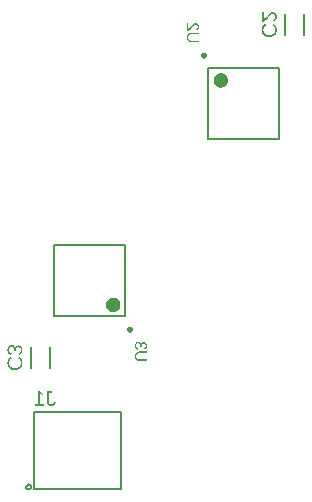
<source format=gbr>
G04 EAGLE Gerber RS-274X export*
G75*
%MOMM*%
%FSLAX34Y34*%
%LPD*%
%INSilkscreen Bottom*%
%IPPOS*%
%AMOC8*
5,1,8,0,0,1.08239X$1,22.5*%
G01*
G04 Define Apertures*
%ADD10C,0.150000*%
%ADD11C,0.250000*%
%ADD12C,0.600000*%
%ADD13C,0.127000*%
G36*
X274718Y390351D02*
X268642Y390351D01*
X268319Y390362D01*
X268016Y390394D01*
X267733Y390446D01*
X267471Y390520D01*
X267228Y390615D01*
X267006Y390732D01*
X266803Y390869D01*
X266621Y391027D01*
X266459Y391206D01*
X266319Y391403D01*
X266201Y391619D01*
X266104Y391853D01*
X266028Y392107D01*
X265974Y392379D01*
X265942Y392670D01*
X265931Y392979D01*
X265942Y393298D01*
X265976Y393598D01*
X266031Y393880D01*
X266110Y394144D01*
X266210Y394390D01*
X266333Y394617D01*
X266478Y394826D01*
X266645Y395017D01*
X266834Y395188D01*
X267043Y395336D01*
X267273Y395461D01*
X267523Y395563D01*
X267795Y395642D01*
X268086Y395699D01*
X268398Y395733D01*
X268731Y395745D01*
X274718Y395745D01*
X274718Y397055D01*
X268655Y397055D01*
X268366Y397047D01*
X268086Y397024D01*
X267816Y396985D01*
X267557Y396930D01*
X267308Y396860D01*
X267069Y396774D01*
X266840Y396672D01*
X266621Y396555D01*
X266413Y396424D01*
X266218Y396279D01*
X266036Y396122D01*
X265866Y395952D01*
X265709Y395769D01*
X265565Y395572D01*
X265433Y395363D01*
X265314Y395141D01*
X265208Y394908D01*
X265116Y394664D01*
X265039Y394410D01*
X264975Y394146D01*
X264926Y393871D01*
X264890Y393586D01*
X264869Y393291D01*
X264862Y392986D01*
X264869Y392692D01*
X264889Y392408D01*
X264923Y392134D01*
X264971Y391869D01*
X265032Y391613D01*
X265106Y391367D01*
X265195Y391130D01*
X265297Y390903D01*
X265411Y390687D01*
X265538Y390483D01*
X265678Y390292D01*
X265829Y390113D01*
X265993Y389947D01*
X266169Y389794D01*
X266358Y389652D01*
X266559Y389524D01*
X266771Y389409D01*
X266992Y389310D01*
X267224Y389225D01*
X267466Y389156D01*
X267717Y389103D01*
X267979Y389065D01*
X268250Y389042D01*
X268531Y389034D01*
X274718Y389034D01*
X274718Y390351D01*
G37*
G36*
X266268Y399028D02*
X266635Y399233D01*
X266980Y399457D01*
X267300Y399701D01*
X267888Y400221D01*
X268417Y400766D01*
X268899Y401323D01*
X269345Y401873D01*
X269773Y402395D01*
X270200Y402863D01*
X270417Y403073D01*
X270638Y403262D01*
X270865Y403430D01*
X271097Y403577D01*
X271339Y403696D01*
X271597Y403781D01*
X271870Y403832D01*
X272159Y403849D01*
X272353Y403842D01*
X272537Y403820D01*
X272709Y403783D01*
X272869Y403732D01*
X273019Y403666D01*
X273157Y403586D01*
X273285Y403490D01*
X273401Y403380D01*
X273504Y403257D01*
X273594Y403123D01*
X273669Y402977D01*
X273732Y402820D01*
X273780Y402651D01*
X273814Y402471D01*
X273835Y402280D01*
X273842Y402077D01*
X273835Y401883D01*
X273815Y401698D01*
X273781Y401521D01*
X273734Y401354D01*
X273674Y401195D01*
X273599Y401044D01*
X273411Y400770D01*
X273298Y400648D01*
X273174Y400540D01*
X273039Y400444D01*
X272893Y400362D01*
X272736Y400293D01*
X272568Y400238D01*
X272390Y400195D01*
X272200Y400166D01*
X272318Y398897D01*
X272602Y398943D01*
X272871Y399011D01*
X273125Y399101D01*
X273364Y399214D01*
X273589Y399349D01*
X273798Y399506D01*
X273993Y399685D01*
X274173Y399887D01*
X274335Y400108D01*
X274475Y400343D01*
X274593Y400594D01*
X274690Y400860D01*
X274766Y401142D01*
X274820Y401438D01*
X274852Y401750D01*
X274863Y402077D01*
X274852Y402434D01*
X274819Y402769D01*
X274765Y403083D01*
X274689Y403376D01*
X274592Y403648D01*
X274473Y403898D01*
X274332Y404128D01*
X274170Y404336D01*
X273987Y404521D01*
X273787Y404681D01*
X273568Y404817D01*
X273331Y404928D01*
X273075Y405014D01*
X272802Y405076D01*
X272510Y405113D01*
X272200Y405125D01*
X271918Y405109D01*
X271637Y405061D01*
X271356Y404980D01*
X271076Y404867D01*
X270797Y404722D01*
X270518Y404545D01*
X270238Y404337D01*
X269959Y404098D01*
X269641Y403784D01*
X269247Y403355D01*
X268228Y402146D01*
X267611Y401434D01*
X267327Y401138D01*
X267059Y400884D01*
X266801Y400666D01*
X266548Y400480D01*
X266299Y400328D01*
X266055Y400208D01*
X266055Y405277D01*
X265000Y405277D01*
X265000Y398842D01*
X265876Y398842D01*
X266268Y399028D01*
G37*
G36*
X334891Y393453D02*
X335245Y393471D01*
X335589Y393502D01*
X335923Y393546D01*
X336247Y393602D01*
X336561Y393670D01*
X336865Y393751D01*
X337159Y393845D01*
X337443Y393951D01*
X337717Y394069D01*
X338235Y394343D01*
X338714Y394667D01*
X339152Y395040D01*
X339544Y395458D01*
X339884Y395914D01*
X340034Y396156D01*
X340171Y396408D01*
X340295Y396670D01*
X340406Y396941D01*
X340505Y397222D01*
X340589Y397512D01*
X340661Y397812D01*
X340720Y398121D01*
X340766Y398440D01*
X340799Y398769D01*
X340818Y399107D01*
X340825Y399455D01*
X340813Y399937D01*
X340777Y400399D01*
X340716Y400842D01*
X340632Y401263D01*
X340524Y401665D01*
X340391Y402046D01*
X340235Y402407D01*
X340054Y402748D01*
X339850Y403068D01*
X339622Y403365D01*
X339371Y403641D01*
X339097Y403895D01*
X338800Y404127D01*
X338479Y404338D01*
X338135Y404526D01*
X337768Y404692D01*
X337242Y403107D01*
X337504Y402992D01*
X337749Y402860D01*
X337979Y402712D01*
X338193Y402548D01*
X338391Y402367D01*
X338573Y402170D01*
X338739Y401957D01*
X338889Y401727D01*
X339023Y401484D01*
X339138Y401230D01*
X339236Y400965D01*
X339316Y400689D01*
X339378Y400401D01*
X339423Y400103D01*
X339449Y399793D01*
X339458Y399472D01*
X339438Y398974D01*
X339376Y398504D01*
X339273Y398063D01*
X339129Y397650D01*
X338943Y397266D01*
X338717Y396910D01*
X338449Y396583D01*
X338140Y396284D01*
X337795Y396017D01*
X337420Y395786D01*
X337014Y395590D01*
X336578Y395430D01*
X336111Y395306D01*
X335614Y395217D01*
X335086Y395163D01*
X334527Y395145D01*
X333974Y395164D01*
X333449Y395220D01*
X332951Y395312D01*
X332481Y395442D01*
X332039Y395609D01*
X331625Y395813D01*
X331238Y396054D01*
X330879Y396332D01*
X330556Y396642D01*
X330276Y396978D01*
X330039Y397340D01*
X329845Y397728D01*
X329694Y398142D01*
X329586Y398583D01*
X329521Y399050D01*
X329500Y399542D01*
X329510Y399861D01*
X329540Y400170D01*
X329590Y400469D01*
X329660Y400758D01*
X329751Y401037D01*
X329861Y401306D01*
X329991Y401564D01*
X330141Y401813D01*
X330312Y402051D01*
X330502Y402280D01*
X330713Y402498D01*
X330943Y402707D01*
X331194Y402905D01*
X331465Y403093D01*
X331755Y403272D01*
X332066Y403440D01*
X331383Y404806D01*
X330996Y404606D01*
X330634Y404387D01*
X330295Y404148D01*
X329979Y403890D01*
X329688Y403612D01*
X329421Y403316D01*
X329177Y403000D01*
X328957Y402665D01*
X328762Y402313D01*
X328593Y401947D01*
X328450Y401568D01*
X328333Y401175D01*
X328242Y400768D01*
X328177Y400347D01*
X328138Y399912D01*
X328125Y399463D01*
X328137Y399005D01*
X328173Y398562D01*
X328234Y398135D01*
X328319Y397724D01*
X328428Y397328D01*
X328561Y396948D01*
X328718Y396584D01*
X328900Y396236D01*
X329104Y395906D01*
X329329Y395595D01*
X329575Y395306D01*
X329842Y395036D01*
X330129Y394787D01*
X330437Y394558D01*
X330766Y394349D01*
X331116Y394160D01*
X331484Y393993D01*
X331869Y393848D01*
X332271Y393725D01*
X332689Y393625D01*
X333124Y393547D01*
X333575Y393491D01*
X334043Y393457D01*
X334527Y393446D01*
X334891Y393453D01*
G37*
G36*
X329910Y406611D02*
X330377Y406871D01*
X330814Y407156D01*
X331221Y407465D01*
X331604Y407791D01*
X331968Y408126D01*
X332313Y408468D01*
X332640Y408819D01*
X333252Y409525D01*
X333818Y410224D01*
X334361Y410887D01*
X334904Y411481D01*
X335179Y411748D01*
X335460Y411988D01*
X335748Y412201D01*
X336043Y412388D01*
X336350Y412539D01*
X336678Y412647D01*
X337025Y412712D01*
X337391Y412734D01*
X337638Y412724D01*
X337871Y412697D01*
X338089Y412650D01*
X338293Y412585D01*
X338483Y412501D01*
X338659Y412399D01*
X338821Y412278D01*
X338968Y412138D01*
X339099Y411982D01*
X339213Y411811D01*
X339309Y411626D01*
X339388Y411427D01*
X339450Y411212D01*
X339493Y410984D01*
X339520Y410740D01*
X339528Y410483D01*
X339520Y410237D01*
X339494Y410001D01*
X339451Y409777D01*
X339392Y409564D01*
X339315Y409362D01*
X339221Y409171D01*
X339109Y408992D01*
X338981Y408823D01*
X338837Y408668D01*
X338680Y408530D01*
X338508Y408409D01*
X338323Y408305D01*
X338124Y408218D01*
X337911Y408147D01*
X337684Y408094D01*
X337444Y408057D01*
X337593Y406445D01*
X337953Y406503D01*
X338295Y406589D01*
X338618Y406704D01*
X338922Y406847D01*
X339207Y407018D01*
X339473Y407218D01*
X339720Y407446D01*
X339949Y407702D01*
X340154Y407982D01*
X340332Y408281D01*
X340483Y408600D01*
X340606Y408938D01*
X340702Y409295D01*
X340770Y409672D01*
X340811Y410068D01*
X340825Y410483D01*
X340811Y410936D01*
X340770Y411362D01*
X340701Y411761D01*
X340605Y412133D01*
X340481Y412478D01*
X340330Y412796D01*
X340151Y413087D01*
X339944Y413351D01*
X339713Y413586D01*
X339458Y413790D01*
X339180Y413962D01*
X338879Y414103D01*
X338555Y414213D01*
X338208Y414291D01*
X337837Y414338D01*
X337444Y414354D01*
X337085Y414334D01*
X336728Y414272D01*
X336372Y414169D01*
X336016Y414026D01*
X335662Y413841D01*
X335307Y413617D01*
X334952Y413353D01*
X334597Y413049D01*
X334194Y412651D01*
X333693Y412105D01*
X333095Y411412D01*
X332399Y410570D01*
X331997Y410092D01*
X331616Y409666D01*
X331255Y409291D01*
X330914Y408968D01*
X330587Y408691D01*
X330265Y408455D01*
X329950Y408261D01*
X329640Y408109D01*
X329640Y414547D01*
X328300Y414547D01*
X328300Y406375D01*
X329412Y406375D01*
X329910Y406611D01*
G37*
G36*
X230718Y120407D02*
X224642Y120407D01*
X224319Y120418D01*
X224016Y120449D01*
X223733Y120502D01*
X223471Y120576D01*
X223228Y120671D01*
X223006Y120787D01*
X222803Y120925D01*
X222621Y121083D01*
X222459Y121261D01*
X222319Y121458D01*
X222201Y121674D01*
X222104Y121909D01*
X222028Y122162D01*
X221974Y122434D01*
X221942Y122725D01*
X221931Y123035D01*
X221942Y123353D01*
X221976Y123654D01*
X222031Y123936D01*
X222110Y124200D01*
X222210Y124445D01*
X222333Y124673D01*
X222478Y124882D01*
X222645Y125073D01*
X222834Y125243D01*
X223043Y125391D01*
X223273Y125516D01*
X223523Y125619D01*
X223795Y125698D01*
X224086Y125755D01*
X224398Y125789D01*
X224731Y125800D01*
X230718Y125800D01*
X230718Y127111D01*
X224655Y127111D01*
X224366Y127103D01*
X224086Y127080D01*
X223816Y127041D01*
X223557Y126986D01*
X223308Y126916D01*
X223069Y126830D01*
X222840Y126728D01*
X222621Y126611D01*
X222413Y126479D01*
X222218Y126335D01*
X222036Y126178D01*
X221866Y126007D01*
X221709Y125824D01*
X221565Y125628D01*
X221433Y125419D01*
X221314Y125197D01*
X221208Y124963D01*
X221116Y124720D01*
X221039Y124466D01*
X220975Y124201D01*
X220926Y123927D01*
X220890Y123642D01*
X220869Y123347D01*
X220862Y123042D01*
X220869Y122748D01*
X220889Y122464D01*
X220923Y122189D01*
X220971Y121924D01*
X221032Y121669D01*
X221106Y121423D01*
X221195Y121186D01*
X221297Y120959D01*
X221411Y120743D01*
X221538Y120539D01*
X221678Y120348D01*
X221829Y120169D01*
X221993Y120003D01*
X222169Y119849D01*
X222358Y119708D01*
X222559Y119579D01*
X222771Y119465D01*
X222992Y119365D01*
X223224Y119281D01*
X223466Y119212D01*
X223717Y119159D01*
X223979Y119120D01*
X224250Y119097D01*
X224531Y119090D01*
X230718Y119090D01*
X230718Y120407D01*
G37*
G36*
X223614Y130008D02*
X223405Y130046D01*
X223210Y130096D01*
X223028Y130158D01*
X222860Y130234D01*
X222705Y130322D01*
X222563Y130422D01*
X222435Y130536D01*
X222321Y130662D01*
X222220Y130800D01*
X222132Y130952D01*
X222058Y131116D01*
X221997Y131292D01*
X221950Y131482D01*
X221917Y131684D01*
X221896Y131898D01*
X221890Y132126D01*
X221897Y132354D01*
X221919Y132569D01*
X221955Y132772D01*
X222005Y132963D01*
X222070Y133141D01*
X222150Y133306D01*
X222244Y133458D01*
X222352Y133598D01*
X222474Y133723D01*
X222611Y133832D01*
X222761Y133924D01*
X222926Y133999D01*
X223105Y134058D01*
X223297Y134099D01*
X223504Y134124D01*
X223724Y134133D01*
X223917Y134123D01*
X224099Y134095D01*
X224270Y134047D01*
X224430Y133980D01*
X224580Y133894D01*
X224718Y133789D01*
X224846Y133665D01*
X224962Y133522D01*
X225067Y133361D01*
X225157Y133183D01*
X225233Y132988D01*
X225296Y132777D01*
X225345Y132548D01*
X225379Y132302D01*
X225400Y132040D01*
X225407Y131760D01*
X225407Y131057D01*
X226483Y131057D01*
X226483Y131733D01*
X226490Y131981D01*
X226511Y132214D01*
X226546Y132434D01*
X226594Y132639D01*
X226657Y132829D01*
X226733Y133006D01*
X226824Y133168D01*
X226928Y133315D01*
X227044Y133447D01*
X227172Y133561D01*
X227310Y133658D01*
X227458Y133737D01*
X227617Y133798D01*
X227787Y133842D01*
X227968Y133869D01*
X228159Y133878D01*
X228349Y133870D01*
X228528Y133849D01*
X228698Y133813D01*
X228857Y133763D01*
X229005Y133698D01*
X229144Y133620D01*
X229272Y133526D01*
X229390Y133419D01*
X229496Y133297D01*
X229588Y133162D01*
X229665Y133012D01*
X229729Y132849D01*
X229778Y132672D01*
X229814Y132481D01*
X229835Y132276D01*
X229842Y132057D01*
X229835Y131856D01*
X229816Y131666D01*
X229783Y131485D01*
X229737Y131314D01*
X229678Y131153D01*
X229605Y131002D01*
X229520Y130861D01*
X229421Y130729D01*
X229311Y130609D01*
X229189Y130502D01*
X229057Y130408D01*
X228914Y130328D01*
X228761Y130261D01*
X228596Y130207D01*
X228421Y130167D01*
X228235Y130139D01*
X228331Y128891D01*
X228622Y128937D01*
X228895Y129005D01*
X229153Y129095D01*
X229394Y129207D01*
X229618Y129342D01*
X229826Y129499D01*
X230018Y129679D01*
X230194Y129881D01*
X230350Y130101D01*
X230486Y130337D01*
X230601Y130588D01*
X230695Y130854D01*
X230769Y131135D01*
X230821Y131432D01*
X230852Y131744D01*
X230863Y132070D01*
X230852Y132426D01*
X230820Y132761D01*
X230767Y133075D01*
X230693Y133370D01*
X230597Y133644D01*
X230481Y133897D01*
X230343Y134130D01*
X230183Y134343D01*
X230005Y134533D01*
X229810Y134698D01*
X229599Y134837D01*
X229370Y134951D01*
X229125Y135039D01*
X228864Y135103D01*
X228585Y135141D01*
X228290Y135153D01*
X228063Y135145D01*
X227846Y135121D01*
X227641Y135080D01*
X227446Y135023D01*
X227262Y134950D01*
X227089Y134861D01*
X226927Y134755D01*
X226776Y134633D01*
X226636Y134495D01*
X226508Y134343D01*
X226392Y134176D01*
X226287Y133994D01*
X226195Y133797D01*
X226113Y133586D01*
X226044Y133360D01*
X225987Y133119D01*
X225959Y133119D01*
X225922Y133384D01*
X225869Y133634D01*
X225801Y133868D01*
X225718Y134088D01*
X225618Y134292D01*
X225504Y134482D01*
X225374Y134656D01*
X225228Y134815D01*
X225069Y134958D01*
X224901Y135081D01*
X224723Y135185D01*
X224535Y135271D01*
X224337Y135337D01*
X224129Y135384D01*
X223911Y135413D01*
X223683Y135422D01*
X223356Y135409D01*
X223048Y135369D01*
X222760Y135302D01*
X222490Y135209D01*
X222239Y135088D01*
X222007Y134941D01*
X221794Y134768D01*
X221600Y134567D01*
X221427Y134342D01*
X221277Y134094D01*
X221150Y133823D01*
X221047Y133529D01*
X220966Y133213D01*
X220908Y132873D01*
X220874Y132511D01*
X220862Y132126D01*
X220872Y131766D01*
X220904Y131425D01*
X220956Y131103D01*
X221028Y130799D01*
X221122Y130514D01*
X221236Y130247D01*
X221372Y130000D01*
X221528Y129770D01*
X221704Y129562D01*
X221900Y129375D01*
X222117Y129211D01*
X222353Y129069D01*
X222609Y128950D01*
X222885Y128853D01*
X223181Y128778D01*
X223497Y128725D01*
X223614Y130008D01*
G37*
G36*
X119591Y111453D02*
X119945Y111471D01*
X120289Y111502D01*
X120623Y111546D01*
X120947Y111602D01*
X121261Y111670D01*
X121565Y111751D01*
X121859Y111845D01*
X122143Y111951D01*
X122417Y112069D01*
X122935Y112343D01*
X123414Y112667D01*
X123852Y113040D01*
X124244Y113458D01*
X124584Y113914D01*
X124734Y114156D01*
X124871Y114408D01*
X124995Y114670D01*
X125106Y114941D01*
X125205Y115222D01*
X125289Y115512D01*
X125361Y115812D01*
X125420Y116121D01*
X125466Y116440D01*
X125499Y116769D01*
X125518Y117107D01*
X125525Y117455D01*
X125513Y117937D01*
X125477Y118399D01*
X125416Y118842D01*
X125332Y119263D01*
X125224Y119665D01*
X125091Y120046D01*
X124935Y120407D01*
X124754Y120748D01*
X124550Y121068D01*
X124322Y121365D01*
X124071Y121641D01*
X123797Y121895D01*
X123500Y122127D01*
X123179Y122338D01*
X122835Y122526D01*
X122468Y122692D01*
X121942Y121107D01*
X122204Y120992D01*
X122449Y120860D01*
X122679Y120712D01*
X122893Y120548D01*
X123091Y120367D01*
X123273Y120170D01*
X123439Y119957D01*
X123589Y119727D01*
X123723Y119484D01*
X123838Y119230D01*
X123936Y118965D01*
X124016Y118689D01*
X124078Y118401D01*
X124123Y118103D01*
X124149Y117793D01*
X124158Y117472D01*
X124138Y116974D01*
X124076Y116504D01*
X123973Y116063D01*
X123829Y115650D01*
X123643Y115266D01*
X123417Y114910D01*
X123149Y114583D01*
X122840Y114284D01*
X122495Y114017D01*
X122120Y113786D01*
X121714Y113590D01*
X121278Y113430D01*
X120811Y113306D01*
X120314Y113217D01*
X119786Y113163D01*
X119227Y113145D01*
X118674Y113164D01*
X118149Y113220D01*
X117651Y113312D01*
X117181Y113442D01*
X116739Y113609D01*
X116325Y113813D01*
X115938Y114054D01*
X115579Y114332D01*
X115256Y114642D01*
X114976Y114978D01*
X114739Y115340D01*
X114545Y115728D01*
X114394Y116142D01*
X114286Y116583D01*
X114221Y117050D01*
X114200Y117542D01*
X114210Y117861D01*
X114240Y118170D01*
X114290Y118469D01*
X114360Y118758D01*
X114451Y119037D01*
X114561Y119306D01*
X114691Y119564D01*
X114841Y119813D01*
X115012Y120051D01*
X115202Y120280D01*
X115413Y120498D01*
X115643Y120707D01*
X115894Y120905D01*
X116165Y121093D01*
X116455Y121272D01*
X116766Y121440D01*
X116083Y122806D01*
X115696Y122606D01*
X115334Y122387D01*
X114995Y122148D01*
X114679Y121890D01*
X114388Y121612D01*
X114121Y121316D01*
X113877Y121000D01*
X113657Y120665D01*
X113462Y120313D01*
X113293Y119947D01*
X113150Y119568D01*
X113033Y119175D01*
X112942Y118768D01*
X112877Y118347D01*
X112838Y117912D01*
X112825Y117463D01*
X112837Y117005D01*
X112873Y116562D01*
X112934Y116135D01*
X113019Y115724D01*
X113128Y115328D01*
X113261Y114948D01*
X113418Y114584D01*
X113600Y114236D01*
X113804Y113906D01*
X114029Y113595D01*
X114275Y113306D01*
X114542Y113036D01*
X114829Y112787D01*
X115137Y112558D01*
X115466Y112349D01*
X115816Y112160D01*
X116184Y111993D01*
X116569Y111848D01*
X116971Y111725D01*
X117389Y111625D01*
X117824Y111547D01*
X118275Y111491D01*
X118743Y111457D01*
X119227Y111446D01*
X119591Y111453D01*
G37*
G36*
X116319Y125785D02*
X116054Y125833D01*
X115806Y125896D01*
X115575Y125976D01*
X115362Y126071D01*
X115165Y126183D01*
X114985Y126311D01*
X114823Y126455D01*
X114677Y126615D01*
X114549Y126791D01*
X114438Y126983D01*
X114344Y127192D01*
X114267Y127416D01*
X114207Y127656D01*
X114164Y127913D01*
X114138Y128185D01*
X114130Y128474D01*
X114139Y128764D01*
X114167Y129038D01*
X114212Y129295D01*
X114277Y129537D01*
X114359Y129763D01*
X114460Y129973D01*
X114579Y130166D01*
X114717Y130344D01*
X114872Y130503D01*
X115046Y130641D01*
X115237Y130758D01*
X115446Y130853D01*
X115673Y130927D01*
X115917Y130980D01*
X116179Y131012D01*
X116460Y131023D01*
X116705Y131011D01*
X116936Y130974D01*
X117153Y130914D01*
X117356Y130829D01*
X117546Y130720D01*
X117722Y130587D01*
X117884Y130429D01*
X118032Y130248D01*
X118164Y130043D01*
X118279Y129817D01*
X118376Y129570D01*
X118455Y129301D01*
X118517Y129010D01*
X118561Y128698D01*
X118588Y128365D01*
X118597Y128010D01*
X118597Y127116D01*
X119963Y127116D01*
X119963Y127975D01*
X119972Y128290D01*
X119998Y128587D01*
X120042Y128865D01*
X120104Y129125D01*
X120184Y129368D01*
X120281Y129592D01*
X120396Y129797D01*
X120528Y129985D01*
X120676Y130152D01*
X120838Y130297D01*
X121013Y130420D01*
X121201Y130520D01*
X121403Y130598D01*
X121619Y130654D01*
X121849Y130688D01*
X122091Y130699D01*
X122332Y130690D01*
X122560Y130662D01*
X122775Y130617D01*
X122977Y130553D01*
X123166Y130471D01*
X123342Y130371D01*
X123505Y130253D01*
X123655Y130116D01*
X123789Y129962D01*
X123906Y129790D01*
X124004Y129600D01*
X124085Y129393D01*
X124148Y129168D01*
X124193Y128925D01*
X124219Y128664D01*
X124228Y128386D01*
X124220Y128132D01*
X124195Y127890D01*
X124153Y127661D01*
X124095Y127444D01*
X124020Y127239D01*
X123928Y127047D01*
X123819Y126868D01*
X123694Y126700D01*
X123554Y126548D01*
X123400Y126412D01*
X123232Y126293D01*
X123050Y126191D01*
X122855Y126106D01*
X122646Y126038D01*
X122424Y125986D01*
X122188Y125952D01*
X122310Y124366D01*
X122679Y124424D01*
X123026Y124511D01*
X123353Y124625D01*
X123659Y124768D01*
X123944Y124939D01*
X124209Y125139D01*
X124452Y125367D01*
X124675Y125623D01*
X124874Y125903D01*
X125047Y126203D01*
X125193Y126521D01*
X125312Y126859D01*
X125405Y127216D01*
X125472Y127593D01*
X125511Y127989D01*
X125525Y128404D01*
X125511Y128855D01*
X125471Y129281D01*
X125403Y129680D01*
X125309Y130054D01*
X125188Y130402D01*
X125039Y130724D01*
X124864Y131020D01*
X124662Y131290D01*
X124436Y131531D01*
X124188Y131740D01*
X123920Y131917D01*
X123630Y132062D01*
X123318Y132174D01*
X122986Y132255D01*
X122633Y132303D01*
X122258Y132319D01*
X121969Y132309D01*
X121694Y132278D01*
X121433Y132226D01*
X121186Y132154D01*
X120953Y132061D01*
X120733Y131947D01*
X120527Y131813D01*
X120335Y131658D01*
X120158Y131483D01*
X119995Y131290D01*
X119847Y131077D01*
X119715Y130847D01*
X119597Y130597D01*
X119494Y130328D01*
X119406Y130041D01*
X119332Y129735D01*
X119297Y129735D01*
X119250Y130072D01*
X119184Y130389D01*
X119097Y130687D01*
X118991Y130966D01*
X118865Y131226D01*
X118719Y131466D01*
X118554Y131688D01*
X118369Y131890D01*
X118168Y132071D01*
X117954Y132227D01*
X117728Y132360D01*
X117489Y132468D01*
X117237Y132552D01*
X116973Y132612D01*
X116696Y132649D01*
X116407Y132661D01*
X115992Y132644D01*
X115601Y132593D01*
X115235Y132508D01*
X114892Y132389D01*
X114573Y132236D01*
X114279Y132050D01*
X114008Y131829D01*
X113762Y131575D01*
X113542Y131289D01*
X113352Y130974D01*
X113191Y130629D01*
X113059Y130256D01*
X112957Y129854D01*
X112883Y129423D01*
X112840Y128963D01*
X112825Y128474D01*
X112838Y128017D01*
X112878Y127584D01*
X112944Y127175D01*
X113036Y126789D01*
X113155Y126427D01*
X113300Y126089D01*
X113472Y125774D01*
X113670Y125483D01*
X113894Y125218D01*
X114143Y124981D01*
X114418Y124773D01*
X114718Y124593D01*
X115043Y124441D01*
X115394Y124318D01*
X115769Y124223D01*
X116171Y124156D01*
X116319Y125785D01*
G37*
G36*
X143509Y82540D02*
X140365Y82540D01*
X140365Y92034D01*
X143150Y90046D01*
X143150Y91535D01*
X140234Y93541D01*
X138780Y93541D01*
X138780Y82540D01*
X135775Y82540D01*
X135775Y81200D01*
X143509Y81200D01*
X143509Y82540D01*
G37*
G36*
X150224Y81038D02*
X150586Y81075D01*
X150928Y81139D01*
X151250Y81227D01*
X151553Y81341D01*
X151835Y81481D01*
X152097Y81645D01*
X152340Y81835D01*
X152563Y82050D01*
X152766Y82291D01*
X152948Y82557D01*
X153111Y82848D01*
X153254Y83164D01*
X153378Y83506D01*
X153481Y83873D01*
X153564Y84265D01*
X151926Y84537D01*
X151881Y84290D01*
X151823Y84057D01*
X151753Y83838D01*
X151670Y83633D01*
X151575Y83442D01*
X151468Y83264D01*
X151349Y83101D01*
X151217Y82952D01*
X151074Y82818D01*
X150923Y82703D01*
X150764Y82605D01*
X150595Y82525D01*
X150418Y82462D01*
X150231Y82418D01*
X150037Y82391D01*
X149833Y82382D01*
X149611Y82392D01*
X149402Y82422D01*
X149204Y82470D01*
X149018Y82539D01*
X148845Y82627D01*
X148683Y82735D01*
X148534Y82862D01*
X148397Y83009D01*
X148273Y83174D01*
X148167Y83358D01*
X148076Y83560D01*
X148002Y83780D01*
X147945Y84019D01*
X147904Y84276D01*
X147879Y84550D01*
X147871Y84844D01*
X147871Y92174D01*
X150245Y92174D01*
X150245Y93541D01*
X146207Y93541D01*
X146207Y84879D01*
X146222Y84442D01*
X146268Y84029D01*
X146344Y83640D01*
X146450Y83275D01*
X146587Y82934D01*
X146754Y82616D01*
X146951Y82323D01*
X147179Y82054D01*
X147433Y81813D01*
X147710Y81604D01*
X148009Y81427D01*
X148331Y81282D01*
X148675Y81170D01*
X149041Y81089D01*
X149430Y81041D01*
X149842Y81025D01*
X150224Y81038D01*
G37*
D10*
X343000Y367000D02*
X283000Y367000D01*
X283000Y307000D02*
X343000Y307000D01*
X283000Y307000D02*
X283000Y367000D01*
X343000Y367000D02*
X343000Y307000D01*
D11*
X277500Y378000D02*
X277502Y378070D01*
X277508Y378140D01*
X277518Y378209D01*
X277531Y378278D01*
X277549Y378346D01*
X277570Y378413D01*
X277595Y378478D01*
X277624Y378542D01*
X277656Y378605D01*
X277692Y378665D01*
X277731Y378723D01*
X277773Y378779D01*
X277818Y378833D01*
X277866Y378884D01*
X277917Y378932D01*
X277971Y378977D01*
X278027Y379019D01*
X278085Y379058D01*
X278145Y379094D01*
X278208Y379126D01*
X278272Y379155D01*
X278337Y379180D01*
X278404Y379201D01*
X278472Y379219D01*
X278541Y379232D01*
X278610Y379242D01*
X278680Y379248D01*
X278750Y379250D01*
X278820Y379248D01*
X278890Y379242D01*
X278959Y379232D01*
X279028Y379219D01*
X279096Y379201D01*
X279163Y379180D01*
X279228Y379155D01*
X279292Y379126D01*
X279355Y379094D01*
X279415Y379058D01*
X279473Y379019D01*
X279529Y378977D01*
X279583Y378932D01*
X279634Y378884D01*
X279682Y378833D01*
X279727Y378779D01*
X279769Y378723D01*
X279808Y378665D01*
X279844Y378605D01*
X279876Y378542D01*
X279905Y378478D01*
X279930Y378413D01*
X279951Y378346D01*
X279969Y378278D01*
X279982Y378209D01*
X279992Y378140D01*
X279998Y378070D01*
X280000Y378000D01*
X279998Y377930D01*
X279992Y377860D01*
X279982Y377791D01*
X279969Y377722D01*
X279951Y377654D01*
X279930Y377587D01*
X279905Y377522D01*
X279876Y377458D01*
X279844Y377395D01*
X279808Y377335D01*
X279769Y377277D01*
X279727Y377221D01*
X279682Y377167D01*
X279634Y377116D01*
X279583Y377068D01*
X279529Y377023D01*
X279473Y376981D01*
X279415Y376942D01*
X279355Y376906D01*
X279292Y376874D01*
X279228Y376845D01*
X279163Y376820D01*
X279096Y376799D01*
X279028Y376781D01*
X278959Y376768D01*
X278890Y376758D01*
X278820Y376752D01*
X278750Y376750D01*
X278680Y376752D01*
X278610Y376758D01*
X278541Y376768D01*
X278472Y376781D01*
X278404Y376799D01*
X278337Y376820D01*
X278272Y376845D01*
X278208Y376874D01*
X278145Y376906D01*
X278085Y376942D01*
X278027Y376981D01*
X277971Y377023D01*
X277917Y377068D01*
X277866Y377116D01*
X277818Y377167D01*
X277773Y377221D01*
X277731Y377277D01*
X277692Y377335D01*
X277656Y377395D01*
X277624Y377458D01*
X277595Y377522D01*
X277570Y377587D01*
X277549Y377654D01*
X277531Y377722D01*
X277518Y377791D01*
X277508Y377860D01*
X277502Y377930D01*
X277500Y378000D01*
D12*
X290000Y357000D02*
X290002Y357109D01*
X290008Y357218D01*
X290018Y357326D01*
X290032Y357434D01*
X290049Y357542D01*
X290071Y357649D01*
X290096Y357755D01*
X290126Y357859D01*
X290159Y357963D01*
X290196Y358066D01*
X290236Y358167D01*
X290280Y358266D01*
X290328Y358364D01*
X290380Y358461D01*
X290434Y358555D01*
X290492Y358647D01*
X290554Y358737D01*
X290619Y358824D01*
X290686Y358910D01*
X290757Y358993D01*
X290831Y359073D01*
X290908Y359150D01*
X290987Y359225D01*
X291069Y359296D01*
X291154Y359365D01*
X291241Y359430D01*
X291330Y359493D01*
X291422Y359551D01*
X291516Y359607D01*
X291611Y359659D01*
X291709Y359708D01*
X291808Y359753D01*
X291909Y359795D01*
X292011Y359832D01*
X292114Y359866D01*
X292219Y359897D01*
X292325Y359923D01*
X292431Y359946D01*
X292539Y359964D01*
X292647Y359979D01*
X292755Y359990D01*
X292864Y359997D01*
X292973Y360000D01*
X293082Y359999D01*
X293191Y359994D01*
X293299Y359985D01*
X293407Y359972D01*
X293515Y359955D01*
X293622Y359935D01*
X293728Y359910D01*
X293833Y359882D01*
X293937Y359850D01*
X294040Y359814D01*
X294142Y359774D01*
X294242Y359731D01*
X294340Y359684D01*
X294437Y359634D01*
X294531Y359580D01*
X294624Y359522D01*
X294715Y359462D01*
X294803Y359398D01*
X294889Y359331D01*
X294972Y359261D01*
X295053Y359188D01*
X295131Y359112D01*
X295206Y359033D01*
X295279Y358951D01*
X295348Y358867D01*
X295414Y358781D01*
X295477Y358692D01*
X295537Y358601D01*
X295594Y358508D01*
X295647Y358413D01*
X295696Y358316D01*
X295742Y358217D01*
X295784Y358117D01*
X295823Y358015D01*
X295858Y357911D01*
X295889Y357807D01*
X295917Y357702D01*
X295940Y357595D01*
X295960Y357488D01*
X295976Y357380D01*
X295988Y357272D01*
X295996Y357163D01*
X296000Y357054D01*
X296000Y356946D01*
X295996Y356837D01*
X295988Y356728D01*
X295976Y356620D01*
X295960Y356512D01*
X295940Y356405D01*
X295917Y356298D01*
X295889Y356193D01*
X295858Y356089D01*
X295823Y355985D01*
X295784Y355883D01*
X295742Y355783D01*
X295696Y355684D01*
X295647Y355587D01*
X295594Y355492D01*
X295537Y355399D01*
X295477Y355308D01*
X295414Y355219D01*
X295348Y355133D01*
X295279Y355049D01*
X295206Y354967D01*
X295131Y354888D01*
X295053Y354812D01*
X294972Y354739D01*
X294889Y354669D01*
X294803Y354602D01*
X294715Y354538D01*
X294624Y354478D01*
X294531Y354420D01*
X294437Y354366D01*
X294340Y354316D01*
X294242Y354269D01*
X294142Y354226D01*
X294040Y354186D01*
X293937Y354150D01*
X293833Y354118D01*
X293728Y354090D01*
X293622Y354065D01*
X293515Y354045D01*
X293407Y354028D01*
X293299Y354015D01*
X293191Y354006D01*
X293082Y354001D01*
X292973Y354000D01*
X292864Y354003D01*
X292755Y354010D01*
X292647Y354021D01*
X292539Y354036D01*
X292431Y354054D01*
X292325Y354077D01*
X292219Y354103D01*
X292114Y354134D01*
X292011Y354168D01*
X291909Y354205D01*
X291808Y354247D01*
X291709Y354292D01*
X291611Y354341D01*
X291516Y354393D01*
X291422Y354449D01*
X291330Y354507D01*
X291241Y354570D01*
X291154Y354635D01*
X291069Y354704D01*
X290987Y354775D01*
X290908Y354850D01*
X290831Y354927D01*
X290757Y355007D01*
X290686Y355090D01*
X290619Y355176D01*
X290554Y355263D01*
X290492Y355353D01*
X290434Y355445D01*
X290380Y355539D01*
X290328Y355636D01*
X290280Y355734D01*
X290236Y355833D01*
X290196Y355934D01*
X290159Y356037D01*
X290126Y356141D01*
X290096Y356245D01*
X290071Y356351D01*
X290049Y356458D01*
X290032Y356566D01*
X290018Y356674D01*
X290008Y356782D01*
X290002Y356891D01*
X290000Y357000D01*
D13*
X348009Y395250D02*
X348009Y412750D01*
X363991Y412750D02*
X363991Y395250D01*
D10*
X212000Y157000D02*
X152000Y157000D01*
X152000Y217000D02*
X212000Y217000D01*
X212000Y157000D01*
X152000Y157000D02*
X152000Y217000D01*
D11*
X215000Y146000D02*
X215002Y146070D01*
X215008Y146140D01*
X215018Y146209D01*
X215031Y146278D01*
X215049Y146346D01*
X215070Y146413D01*
X215095Y146478D01*
X215124Y146542D01*
X215156Y146605D01*
X215192Y146665D01*
X215231Y146723D01*
X215273Y146779D01*
X215318Y146833D01*
X215366Y146884D01*
X215417Y146932D01*
X215471Y146977D01*
X215527Y147019D01*
X215585Y147058D01*
X215645Y147094D01*
X215708Y147126D01*
X215772Y147155D01*
X215837Y147180D01*
X215904Y147201D01*
X215972Y147219D01*
X216041Y147232D01*
X216110Y147242D01*
X216180Y147248D01*
X216250Y147250D01*
X216320Y147248D01*
X216390Y147242D01*
X216459Y147232D01*
X216528Y147219D01*
X216596Y147201D01*
X216663Y147180D01*
X216728Y147155D01*
X216792Y147126D01*
X216855Y147094D01*
X216915Y147058D01*
X216973Y147019D01*
X217029Y146977D01*
X217083Y146932D01*
X217134Y146884D01*
X217182Y146833D01*
X217227Y146779D01*
X217269Y146723D01*
X217308Y146665D01*
X217344Y146605D01*
X217376Y146542D01*
X217405Y146478D01*
X217430Y146413D01*
X217451Y146346D01*
X217469Y146278D01*
X217482Y146209D01*
X217492Y146140D01*
X217498Y146070D01*
X217500Y146000D01*
X217498Y145930D01*
X217492Y145860D01*
X217482Y145791D01*
X217469Y145722D01*
X217451Y145654D01*
X217430Y145587D01*
X217405Y145522D01*
X217376Y145458D01*
X217344Y145395D01*
X217308Y145335D01*
X217269Y145277D01*
X217227Y145221D01*
X217182Y145167D01*
X217134Y145116D01*
X217083Y145068D01*
X217029Y145023D01*
X216973Y144981D01*
X216915Y144942D01*
X216855Y144906D01*
X216792Y144874D01*
X216728Y144845D01*
X216663Y144820D01*
X216596Y144799D01*
X216528Y144781D01*
X216459Y144768D01*
X216390Y144758D01*
X216320Y144752D01*
X216250Y144750D01*
X216180Y144752D01*
X216110Y144758D01*
X216041Y144768D01*
X215972Y144781D01*
X215904Y144799D01*
X215837Y144820D01*
X215772Y144845D01*
X215708Y144874D01*
X215645Y144906D01*
X215585Y144942D01*
X215527Y144981D01*
X215471Y145023D01*
X215417Y145068D01*
X215366Y145116D01*
X215318Y145167D01*
X215273Y145221D01*
X215231Y145277D01*
X215192Y145335D01*
X215156Y145395D01*
X215124Y145458D01*
X215095Y145522D01*
X215070Y145587D01*
X215049Y145654D01*
X215031Y145722D01*
X215018Y145791D01*
X215008Y145860D01*
X215002Y145930D01*
X215000Y146000D01*
D12*
X199000Y167000D02*
X199002Y167109D01*
X199008Y167218D01*
X199018Y167326D01*
X199032Y167434D01*
X199049Y167542D01*
X199071Y167649D01*
X199096Y167755D01*
X199126Y167859D01*
X199159Y167963D01*
X199196Y168066D01*
X199236Y168167D01*
X199280Y168266D01*
X199328Y168364D01*
X199380Y168461D01*
X199434Y168555D01*
X199492Y168647D01*
X199554Y168737D01*
X199619Y168824D01*
X199686Y168910D01*
X199757Y168993D01*
X199831Y169073D01*
X199908Y169150D01*
X199987Y169225D01*
X200069Y169296D01*
X200154Y169365D01*
X200241Y169430D01*
X200330Y169493D01*
X200422Y169551D01*
X200516Y169607D01*
X200611Y169659D01*
X200709Y169708D01*
X200808Y169753D01*
X200909Y169795D01*
X201011Y169832D01*
X201114Y169866D01*
X201219Y169897D01*
X201325Y169923D01*
X201431Y169946D01*
X201539Y169964D01*
X201647Y169979D01*
X201755Y169990D01*
X201864Y169997D01*
X201973Y170000D01*
X202082Y169999D01*
X202191Y169994D01*
X202299Y169985D01*
X202407Y169972D01*
X202515Y169955D01*
X202622Y169935D01*
X202728Y169910D01*
X202833Y169882D01*
X202937Y169850D01*
X203040Y169814D01*
X203142Y169774D01*
X203242Y169731D01*
X203340Y169684D01*
X203437Y169634D01*
X203531Y169580D01*
X203624Y169522D01*
X203715Y169462D01*
X203803Y169398D01*
X203889Y169331D01*
X203972Y169261D01*
X204053Y169188D01*
X204131Y169112D01*
X204206Y169033D01*
X204279Y168951D01*
X204348Y168867D01*
X204414Y168781D01*
X204477Y168692D01*
X204537Y168601D01*
X204594Y168508D01*
X204647Y168413D01*
X204696Y168316D01*
X204742Y168217D01*
X204784Y168117D01*
X204823Y168015D01*
X204858Y167911D01*
X204889Y167807D01*
X204917Y167702D01*
X204940Y167595D01*
X204960Y167488D01*
X204976Y167380D01*
X204988Y167272D01*
X204996Y167163D01*
X205000Y167054D01*
X205000Y166946D01*
X204996Y166837D01*
X204988Y166728D01*
X204976Y166620D01*
X204960Y166512D01*
X204940Y166405D01*
X204917Y166298D01*
X204889Y166193D01*
X204858Y166089D01*
X204823Y165985D01*
X204784Y165883D01*
X204742Y165783D01*
X204696Y165684D01*
X204647Y165587D01*
X204594Y165492D01*
X204537Y165399D01*
X204477Y165308D01*
X204414Y165219D01*
X204348Y165133D01*
X204279Y165049D01*
X204206Y164967D01*
X204131Y164888D01*
X204053Y164812D01*
X203972Y164739D01*
X203889Y164669D01*
X203803Y164602D01*
X203715Y164538D01*
X203624Y164478D01*
X203531Y164420D01*
X203437Y164366D01*
X203340Y164316D01*
X203242Y164269D01*
X203142Y164226D01*
X203040Y164186D01*
X202937Y164150D01*
X202833Y164118D01*
X202728Y164090D01*
X202622Y164065D01*
X202515Y164045D01*
X202407Y164028D01*
X202299Y164015D01*
X202191Y164006D01*
X202082Y164001D01*
X201973Y164000D01*
X201864Y164003D01*
X201755Y164010D01*
X201647Y164021D01*
X201539Y164036D01*
X201431Y164054D01*
X201325Y164077D01*
X201219Y164103D01*
X201114Y164134D01*
X201011Y164168D01*
X200909Y164205D01*
X200808Y164247D01*
X200709Y164292D01*
X200611Y164341D01*
X200516Y164393D01*
X200422Y164449D01*
X200330Y164507D01*
X200241Y164570D01*
X200154Y164635D01*
X200069Y164704D01*
X199987Y164775D01*
X199908Y164850D01*
X199831Y164927D01*
X199757Y165007D01*
X199686Y165090D01*
X199619Y165176D01*
X199554Y165263D01*
X199492Y165353D01*
X199434Y165445D01*
X199380Y165539D01*
X199328Y165636D01*
X199280Y165734D01*
X199236Y165833D01*
X199196Y165934D01*
X199159Y166037D01*
X199126Y166141D01*
X199096Y166245D01*
X199071Y166351D01*
X199049Y166458D01*
X199032Y166566D01*
X199018Y166674D01*
X199008Y166782D01*
X199002Y166891D01*
X199000Y167000D01*
D13*
X148991Y130750D02*
X148991Y113250D01*
X133009Y113250D02*
X133009Y130750D01*
X135250Y10500D02*
X208750Y10500D01*
X208750Y75500D01*
X135250Y75500D01*
X135250Y10500D01*
X128688Y12500D02*
X128690Y12591D01*
X128696Y12681D01*
X128706Y12771D01*
X128720Y12861D01*
X128738Y12949D01*
X128759Y13037D01*
X128785Y13124D01*
X128814Y13210D01*
X128847Y13294D01*
X128884Y13377D01*
X128924Y13458D01*
X128968Y13538D01*
X129015Y13615D01*
X129066Y13690D01*
X129120Y13763D01*
X129177Y13833D01*
X129237Y13901D01*
X129300Y13966D01*
X129366Y14028D01*
X129434Y14088D01*
X129505Y14144D01*
X129579Y14197D01*
X129654Y14247D01*
X129732Y14293D01*
X129812Y14336D01*
X129893Y14376D01*
X129977Y14411D01*
X130061Y14444D01*
X130147Y14472D01*
X130235Y14497D01*
X130323Y14517D01*
X130412Y14534D01*
X130501Y14547D01*
X130592Y14556D01*
X130682Y14561D01*
X130773Y14562D01*
X130863Y14559D01*
X130954Y14552D01*
X131043Y14541D01*
X131133Y14526D01*
X131221Y14507D01*
X131309Y14485D01*
X131396Y14458D01*
X131481Y14428D01*
X131565Y14394D01*
X131648Y14356D01*
X131728Y14315D01*
X131807Y14270D01*
X131884Y14222D01*
X131958Y14171D01*
X132031Y14116D01*
X132100Y14058D01*
X132167Y13998D01*
X132232Y13934D01*
X132293Y13867D01*
X132352Y13798D01*
X132407Y13727D01*
X132460Y13653D01*
X132509Y13576D01*
X132554Y13498D01*
X132596Y13418D01*
X132635Y13336D01*
X132670Y13252D01*
X132701Y13167D01*
X132728Y13081D01*
X132752Y12993D01*
X132772Y12905D01*
X132788Y12816D01*
X132800Y12726D01*
X132808Y12636D01*
X132812Y12545D01*
X132812Y12455D01*
X132808Y12364D01*
X132800Y12274D01*
X132788Y12184D01*
X132772Y12095D01*
X132752Y12007D01*
X132728Y11919D01*
X132701Y11833D01*
X132670Y11748D01*
X132635Y11664D01*
X132596Y11582D01*
X132554Y11502D01*
X132509Y11424D01*
X132460Y11347D01*
X132407Y11273D01*
X132352Y11202D01*
X132293Y11133D01*
X132232Y11066D01*
X132167Y11002D01*
X132100Y10942D01*
X132031Y10884D01*
X131958Y10829D01*
X131884Y10778D01*
X131807Y10730D01*
X131728Y10685D01*
X131648Y10644D01*
X131565Y10606D01*
X131481Y10572D01*
X131396Y10542D01*
X131309Y10515D01*
X131221Y10493D01*
X131133Y10474D01*
X131043Y10459D01*
X130954Y10448D01*
X130863Y10441D01*
X130773Y10438D01*
X130682Y10439D01*
X130592Y10444D01*
X130501Y10453D01*
X130412Y10466D01*
X130323Y10483D01*
X130235Y10503D01*
X130147Y10528D01*
X130061Y10556D01*
X129977Y10589D01*
X129893Y10624D01*
X129812Y10664D01*
X129732Y10707D01*
X129654Y10753D01*
X129579Y10803D01*
X129505Y10856D01*
X129434Y10912D01*
X129366Y10972D01*
X129300Y11034D01*
X129237Y11099D01*
X129177Y11167D01*
X129120Y11237D01*
X129066Y11310D01*
X129015Y11385D01*
X128968Y11462D01*
X128924Y11542D01*
X128884Y11623D01*
X128847Y11706D01*
X128814Y11790D01*
X128785Y11876D01*
X128759Y11963D01*
X128738Y12051D01*
X128720Y12139D01*
X128706Y12229D01*
X128696Y12319D01*
X128690Y12409D01*
X128688Y12500D01*
M02*

</source>
